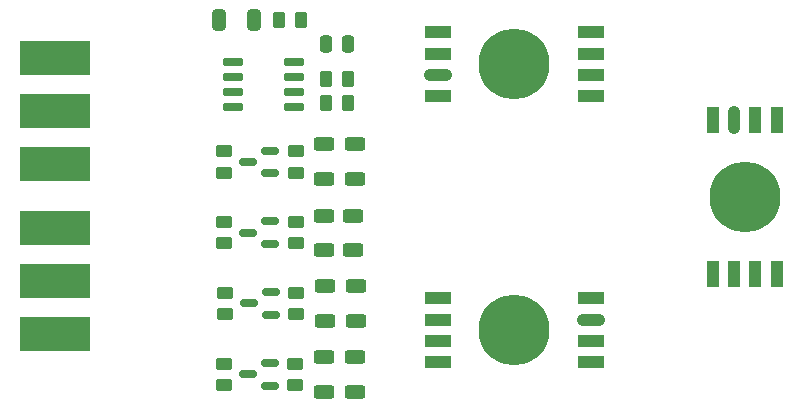
<source format=gbr>
%TF.GenerationSoftware,KiCad,Pcbnew,8.0.3*%
%TF.CreationDate,2024-08-07T13:34:54+02:00*%
%TF.ProjectId,NP_RGBW_HP,4e505f52-4742-4575-9f48-502e6b696361,rev?*%
%TF.SameCoordinates,Original*%
%TF.FileFunction,Paste,Top*%
%TF.FilePolarity,Positive*%
%FSLAX46Y46*%
G04 Gerber Fmt 4.6, Leading zero omitted, Abs format (unit mm)*
G04 Created by KiCad (PCBNEW 8.0.3) date 2024-08-07 13:34:54*
%MOMM*%
%LPD*%
G01*
G04 APERTURE LIST*
G04 Aperture macros list*
%AMRoundRect*
0 Rectangle with rounded corners*
0 $1 Rounding radius*
0 $2 $3 $4 $5 $6 $7 $8 $9 X,Y pos of 4 corners*
0 Add a 4 corners polygon primitive as box body*
4,1,4,$2,$3,$4,$5,$6,$7,$8,$9,$2,$3,0*
0 Add four circle primitives for the rounded corners*
1,1,$1+$1,$2,$3*
1,1,$1+$1,$4,$5*
1,1,$1+$1,$6,$7*
1,1,$1+$1,$8,$9*
0 Add four rect primitives between the rounded corners*
20,1,$1+$1,$2,$3,$4,$5,0*
20,1,$1+$1,$4,$5,$6,$7,0*
20,1,$1+$1,$6,$7,$8,$9,0*
20,1,$1+$1,$8,$9,$2,$3,0*%
G04 Aperture macros list end*
%ADD10RoundRect,0.250000X-0.450000X0.262500X-0.450000X-0.262500X0.450000X-0.262500X0.450000X0.262500X0*%
%ADD11RoundRect,0.150000X0.587500X0.150000X-0.587500X0.150000X-0.587500X-0.150000X0.587500X-0.150000X0*%
%ADD12R,2.200000X1.100000*%
%ADD13RoundRect,0.550000X0.650000X0.000010X-0.650000X0.000010X-0.650000X-0.000010X0.650000X-0.000010X0*%
%ADD14C,6.000000*%
%ADD15RoundRect,0.250000X0.450000X-0.262500X0.450000X0.262500X-0.450000X0.262500X-0.450000X-0.262500X0*%
%ADD16RoundRect,0.250000X0.625000X-0.312500X0.625000X0.312500X-0.625000X0.312500X-0.625000X-0.312500X0*%
%ADD17RoundRect,0.250000X0.325000X0.650000X-0.325000X0.650000X-0.325000X-0.650000X0.325000X-0.650000X0*%
%ADD18RoundRect,0.250000X-0.250000X-0.475000X0.250000X-0.475000X0.250000X0.475000X-0.250000X0.475000X0*%
%ADD19RoundRect,0.250000X0.262500X0.450000X-0.262500X0.450000X-0.262500X-0.450000X0.262500X-0.450000X0*%
%ADD20RoundRect,0.150000X-0.725000X-0.150000X0.725000X-0.150000X0.725000X0.150000X-0.725000X0.150000X0*%
%ADD21R,1.100000X2.200000*%
%ADD22RoundRect,0.550000X-0.000010X0.650000X-0.000010X-0.650000X0.000010X-0.650000X0.000010X0.650000X0*%
%ADD23R,6.000000X3.000000*%
%ADD24RoundRect,0.550000X-0.650000X-0.000010X0.650000X-0.000010X0.650000X0.000010X-0.650000X0.000010X0*%
%ADD25RoundRect,0.250000X-0.262500X-0.450000X0.262500X-0.450000X0.262500X0.450000X-0.262500X0.450000X0*%
G04 APERTURE END LIST*
D10*
%TO.C,R1*%
X99000000Y-64087500D03*
X99000000Y-65912500D03*
%TD*%
D11*
%TO.C,Q2*%
X96837500Y-71950000D03*
X96837500Y-70050000D03*
X94962500Y-71000000D03*
%TD*%
D12*
%TO.C,L3*%
X124000000Y-81958330D03*
X124000000Y-80158330D03*
D13*
X124000000Y-78358330D03*
D12*
X124000000Y-76558330D03*
X111000000Y-76558330D03*
X111000000Y-78358330D03*
X111000000Y-80158330D03*
X111000000Y-81958330D03*
D14*
X117500000Y-79258330D03*
%TD*%
D15*
%TO.C,R12*%
X92900000Y-65912500D03*
X92900000Y-64087500D03*
%TD*%
D10*
%TO.C,R9*%
X98900000Y-82087500D03*
X98900000Y-83912500D03*
%TD*%
D11*
%TO.C,Q1*%
X96837500Y-65950000D03*
X96837500Y-64050000D03*
X94962500Y-65000000D03*
%TD*%
D16*
%TO.C,R8*%
X104100000Y-78462500D03*
X104100000Y-75537500D03*
%TD*%
%TO.C,R7*%
X101500000Y-78462500D03*
X101500000Y-75537500D03*
%TD*%
%TO.C,R11*%
X104000000Y-84462500D03*
X104000000Y-81537500D03*
%TD*%
D11*
%TO.C,Q4*%
X96837500Y-83950000D03*
X96837500Y-82050000D03*
X94962500Y-83000000D03*
%TD*%
D16*
%TO.C,R5*%
X101370000Y-72485000D03*
X101370000Y-69560000D03*
%TD*%
D15*
%TO.C,R15*%
X92900000Y-83912500D03*
X92900000Y-82087500D03*
%TD*%
D17*
%TO.C,C1*%
X95475000Y-53000000D03*
X92525000Y-53000000D03*
%TD*%
D15*
%TO.C,R14*%
X93000000Y-77912500D03*
X93000000Y-76087500D03*
%TD*%
D16*
%TO.C,R2*%
X104000000Y-66462500D03*
X104000000Y-63537500D03*
%TD*%
D18*
%TO.C,C2*%
X101550000Y-55000000D03*
X103450000Y-55000000D03*
%TD*%
D19*
%TO.C,R18*%
X103412500Y-60000000D03*
X101587500Y-60000000D03*
%TD*%
D16*
%TO.C,R10*%
X101400000Y-84462500D03*
X101400000Y-81537500D03*
%TD*%
D20*
%TO.C,U1*%
X93662981Y-56595000D03*
X93662981Y-57865000D03*
X93662981Y-59135000D03*
X93662981Y-60405000D03*
X98812981Y-60405000D03*
X98812981Y-59135000D03*
X98812981Y-57865000D03*
X98812981Y-56595000D03*
%TD*%
D16*
%TO.C,R3*%
X101400000Y-66462500D03*
X101400000Y-63537500D03*
%TD*%
D21*
%TO.C,L2*%
X139700000Y-61500000D03*
X137900000Y-61500000D03*
D22*
X136100000Y-61500000D03*
D21*
X134300000Y-61500000D03*
X134300000Y-74500000D03*
X136100000Y-74500000D03*
X137900000Y-74500000D03*
X139700000Y-74500000D03*
D14*
X137000000Y-68000000D03*
%TD*%
D10*
%TO.C,R4*%
X99000000Y-70087500D03*
X99000000Y-71912500D03*
%TD*%
D23*
%TO.C,J1*%
X78620000Y-56180000D03*
X78620000Y-60680000D03*
X78620000Y-65180000D03*
%TD*%
D12*
%TO.C,L1*%
X111000000Y-54041670D03*
X111000000Y-55841670D03*
D24*
X111000000Y-57641670D03*
D12*
X111000000Y-59441670D03*
X124000000Y-59441670D03*
X124000000Y-57641670D03*
X124000000Y-55841670D03*
X124000000Y-54041670D03*
D14*
X117500000Y-56741670D03*
%TD*%
D10*
%TO.C,R6*%
X99000000Y-76087500D03*
X99000000Y-77912500D03*
%TD*%
D11*
%TO.C,Q3*%
X96937500Y-77950000D03*
X96937500Y-76050000D03*
X95062500Y-77000000D03*
%TD*%
D19*
%TO.C,R16*%
X99412500Y-53000000D03*
X97587500Y-53000000D03*
%TD*%
D15*
%TO.C,R13*%
X92900000Y-71912500D03*
X92900000Y-70087500D03*
%TD*%
D16*
%TO.C,R19*%
X103880000Y-72495000D03*
X103880000Y-69570000D03*
%TD*%
D25*
%TO.C,R17*%
X101587500Y-58000000D03*
X103412500Y-58000000D03*
%TD*%
D23*
%TO.C,J2*%
X78570000Y-70570000D03*
X78570000Y-75070000D03*
X78570000Y-79570000D03*
%TD*%
M02*

</source>
